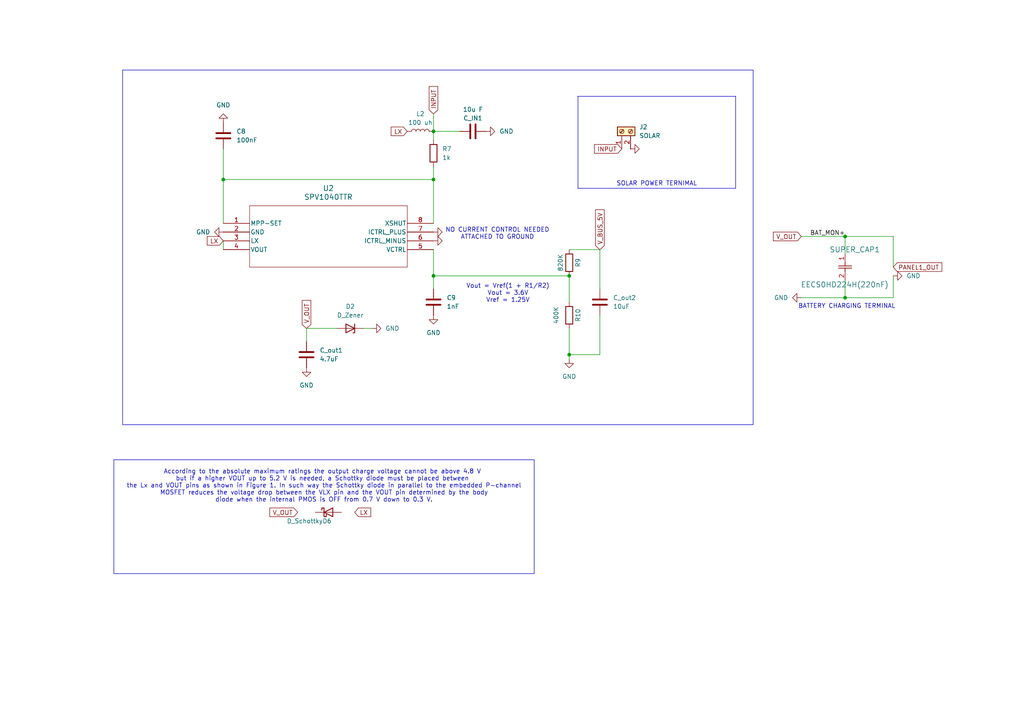
<source format=kicad_sch>
(kicad_sch (version 20231120) (generator "eeschema") (generator_version "8.0")
  (paper "A4")
  (title_block (title "SOLAR CHARGER") (company "TEAM ANANT") (comment 1 "BITS PILANI"))
  (lib_symbols
    (symbol "2024-06-07_14-27-39:SPV1040TTR" (pin_names (offset 0.254))
      (property "Reference" "U" (at 30.48 10.16 0))
      (property "Value" "SPV1040TTR" (at 30.48 7.62 0))
      (symbol "SPV1040TTR_0_1"
        (polyline (pts (xy 7.62 -12.7) (xy 53.34 -12.7)) (stroke (width 0.127)))
        (polyline (pts (xy 7.62 5.08) (xy 7.62 -12.7)) (stroke (width 0.127)))
        (polyline (pts (xy 53.34 -12.7) (xy 53.34 5.08)) (stroke (width 0.127)))
        (polyline (pts (xy 53.34 5.08) (xy 7.62 5.08)) (stroke (width 0.127)))
        (pin unspecified line (at 0 0 0) (length 7.62) (name "MPP-SET") (number "1"))
        (pin power_out line (at 0 -2.54 0) (length 7.62) (name "GND") (number "2"))
        (pin unspecified line (at 0 -5.08 0) (length 7.62) (name "LX") (number "3"))
        (pin output line (at 0 -7.62 0) (length 7.62) (name "VOUT") (number "4"))
        (pin unspecified line (at 60.96 -7.62 180) (length 7.62) (name "VCTRL") (number "5"))
        (pin unspecified line (at 60.96 -5.08 180) (length 7.62) (name "ICTRL_MINUS") (number "6"))
        (pin unspecified line (at 60.96 -2.54 180) (length 7.62) (name "ICTRL_PLUS") (number "7"))
        (pin unspecified line (at 60.96 0 180) (length 7.62) (name "XSHUT") (number "8"))
      )
    )
    (symbol "2024-06-08_06-57-05:super_capacitor" (pin_names (offset 0.254))
      (property "Reference" "SUPER_CAPACITOR" (at -1.27 10.16 90))
      (property "Value" "EECS0HD224H" (at 7.62 7.62 90))
      (symbol "super_capacitor_1_1"
        (polyline (pts (xy 2.54 0) (xy 3.4798 0)) (stroke (width 0.2032)))
        (polyline (pts (xy 3.4798 -1.905) (xy 3.4798 1.905)) (stroke (width 0.2032)))
        (polyline (pts (xy 4.1148 -1.905) (xy 4.1148 1.905)) (stroke (width 0.2032)))
        (polyline (pts (xy 4.1148 0) (xy 5.08 0)) (stroke (width 0.2032)))
        (pin passive line (at 0 0 0) (length 2.54) (name "") (number "1"))
        (pin passive line (at 7.62 0 180) (length 2.54) (name "") (number "2"))
      )
      (symbol "super_capacitor_1_2"
        (polyline (pts (xy -1.905 -4.1148) (xy 1.905 -4.1148)) (stroke (width 0.2032)))
        (polyline (pts (xy -1.905 -3.4798) (xy 1.905 -3.4798)) (stroke (width 0.2032)))
        (polyline (pts (xy 0 -4.1148) (xy 0 -5.08)) (stroke (width 0.2032)))
        (polyline (pts (xy 0 -2.54) (xy 0 -3.4798)) (stroke (width 0.2032)))
        (pin unspecified line (at 0 0 270) (length 2.54) (name "") (number "1"))
        (pin unspecified line (at 0 -7.62 90) (length 2.54) (name "") (number "2"))
      )
    )
    (symbol "Connector:Screw_Terminal_01x02" (pin_names (offset 1.016) hide)
      (property "Reference" "J" (at 0 2.54 0))
      (property "Value" "Screw_Terminal_01x02" (at 0 -5.08 0))
      (symbol "Screw_Terminal_01x02_1_1"
        (rectangle (start -1.27 1.27) (end 1.27 -3.81) (stroke (width 0.254)) (fill (type background)))
        (circle (center 0 -2.54) (radius 0.635) (stroke (width 0.1524)))
        (polyline (pts (xy -0.5334 -2.2098) (xy 0.3302 -3.048)) (stroke (width 0.1524)))
        (polyline (pts (xy -0.5334 0.3302) (xy 0.3302 -0.508)) (stroke (width 0.1524)))
        (polyline (pts (xy -0.3556 -2.032) (xy 0.508 -2.8702)) (stroke (width 0.1524)))
        (polyline (pts (xy -0.3556 0.508) (xy 0.508 -0.3302)) (stroke (width 0.1524)))
        (circle (center 0 0) (radius 0.635) (stroke (width 0.1524)))
        (pin passive line (at -5.08 0 0) (length 3.81) (name "Pin_1") (number "1"))
        (pin passive line (at -5.08 -2.54 0) (length 3.81) (name "Pin_2") (number "2"))
      )
    )
    (symbol "Device:C" (pin_numbers hide) (pin_names (offset 0.254))
      (property "Reference" "C" (at 0.635 2.54 0))
      (property "Value" "C" (at 0.635 -2.54 0))
      (symbol "C_0_1"
        (polyline (pts (xy -2.032 -0.762) (xy 2.032 -0.762)) (stroke (width 0.508)))
        (polyline (pts (xy -2.032 0.762) (xy 2.032 0.762)) (stroke (width 0.508)))
      )
      (symbol "C_1_1"
        (pin passive line (at 0 3.81 270) (length 2.794) (name "~") (number "1"))
        (pin passive line (at 0 -3.81 90) (length 2.794) (name "~") (number "2"))
      )
    )
    (symbol "Device:D_Schottky" (pin_numbers hide) (pin_names (offset 1.016) hide)
      (property "Reference" "D" (at 0 2.54 0))
      (property "Value" "D_Schottky" (at 0 -2.54 0))
      (symbol "D_Schottky_0_1"
        (polyline (pts (xy 1.27 0) (xy -1.27 0)))
        (polyline (pts (xy 1.27 1.27) (xy 1.27 -1.27) (xy -1.27 0) (xy 1.27 1.27)) (stroke (width 0.254)))
        (polyline (pts (xy -1.905 0.635) (xy -1.905 1.27) (xy -1.27 1.27) (xy -1.27 -1.27) (xy -0.635 -1.27) (xy -0.635 -0.635)) (stroke (width 0.254)))
      )
      (symbol "D_Schottky_1_1"
        (pin passive line (at -3.81 0 0) (length 2.54) (name "K") (number "1"))
        (pin passive line (at 3.81 0 180) (length 2.54) (name "A") (number "2"))
      )
    )
    (symbol "Device:D_Zener" (pin_numbers hide) (pin_names (offset 1.016) hide)
      (property "Reference" "D" (at 0 2.54 0))
      (property "Value" "D_Zener" (at 0 -2.54 0))
      (symbol "D_Zener_0_1"
        (polyline (pts (xy 1.27 0) (xy -1.27 0)))
        (polyline (pts (xy -1.27 -1.27) (xy -1.27 1.27) (xy -0.762 1.27)) (stroke (width 0.254)))
        (polyline (pts (xy 1.27 -1.27) (xy 1.27 1.27) (xy -1.27 0) (xy 1.27 -1.27)) (stroke (width 0.254)))
      )
      (symbol "D_Zener_1_1"
        (pin passive line (at -3.81 0 0) (length 2.54) (name "K") (number "1"))
        (pin passive line (at 3.81 0 180) (length 2.54) (name "A") (number "2"))
      )
    )
    (symbol "Device:L" (pin_numbers hide) (pin_names (offset 1.016) hide)
      (property "Reference" "L" (at -1.27 0 90))
      (property "Value" "L" (at 1.905 0 90))
      (symbol "L_0_1"
        (arc (start 0 -2.54) (mid 0.6323 -1.905) (end 0 -1.27))
        (arc (start 0 -1.27) (mid 0.6323 -0.635) (end 0 0))
        (arc (start 0 0) (mid 0.6323 0.635) (end 0 1.27))
        (arc (start 0 1.27) (mid 0.6323 1.905) (end 0 2.54))
      )
      (symbol "L_1_1"
        (pin passive line (at 0 3.81 270) (length 1.27) (name "1") (number "1"))
        (pin passive line (at 0 -3.81 90) (length 1.27) (name "2") (number "2"))
      )
    )
    (symbol "Device:R" (pin_numbers hide) (pin_names (offset 0))
      (property "Reference" "R" (at 2.032 0 90))
      (property "Value" "R" (at 0 0 90))
      (symbol "R_0_1"
        (rectangle (start -1.016 -2.54) (end 1.016 2.54) (stroke (width 0.254)))
      )
      (symbol "R_1_1"
        (pin passive line (at 0 3.81 270) (length 1.27) (name "~") (number "1"))
        (pin passive line (at 0 -3.81 90) (length 1.27) (name "~") (number "2"))
      )
    )
    (symbol "power:GND" (power) (pin_numbers hide) (pin_names (offset 0) hide)
      (property "Value" "GND" (at 0 -3.81 0))
      (symbol "GND_0_1"
        (polyline (pts (xy 0 0) (xy 0 -1.27) (xy 1.27 -1.27) (xy 0 -2.54) (xy -1.27 -1.27) (xy 0 -1.27)))
      )
      (symbol "GND_1_1"
        (pin power_in line (at 0 0 270) (length 0) (name "~") (number "1"))
      )
    )
  )
  (junction (at 125.73 80.01))
  (junction (at 165.1 80.01))
  (junction (at 245.11 86.36))
  (junction (at 245.11 68.58))
  (junction (at 64.77 52.07))
  (junction (at 125.73 38.1))
  (junction (at 165.1 102.87))
  (junction (at 125.73 52.07))
  (wire (pts (xy 245.11 86.36) (xy 259.08 86.36)))
  (wire (pts (xy 125.73 52.07) (xy 64.77 52.07)))
  (wire (pts (xy 232.41 68.58) (xy 245.11 68.58)))
  (wire (pts (xy 105.41 95.25) (xy 107.95 95.25)))
  (wire (pts (xy 259.08 80.01) (xy 259.08 86.36)))
  (wire (pts (xy 165.1 102.87) (xy 173.99 102.87)))
  (wire (pts (xy 245.11 81.28) (xy 245.11 86.36)))
  (wire (pts (xy 165.1 72.39) (xy 173.99 72.39)))
  (polyline (pts (xy 213.36 54.61) (xy 213.36 27.94)))
  (wire (pts (xy 125.73 80.01) (xy 125.73 83.82)))
  (wire (pts (xy 125.73 38.1) (xy 133.35 38.1)))
  (wire (pts (xy 245.11 73.66) (xy 245.11 68.58)))
  (wire (pts (xy 259.08 68.58) (xy 259.08 77.47)))
  (polyline (pts (xy 167.64 27.94) (xy 167.64 54.61)))
  (wire (pts (xy 165.1 95.25) (xy 165.1 102.87)))
  (wire (pts (xy 173.99 91.44) (xy 173.99 102.87)))
  (wire (pts (xy 232.41 86.36) (xy 245.11 86.36)))
  (wire (pts (xy 125.73 33.02) (xy 125.73 38.1)))
  (wire (pts (xy 125.73 38.1) (xy 125.73 40.64)))
  (wire (pts (xy 88.9 95.25) (xy 88.9 99.06)))
  (wire (pts (xy 165.1 80.01) (xy 165.1 87.63)))
  (wire (pts (xy 125.73 72.39) (xy 125.73 80.01)))
  (wire (pts (xy 173.99 72.39) (xy 173.99 83.82)))
  (polyline (pts (xy 167.64 54.61) (xy 213.36 54.61)))
  (polyline (pts (xy 167.64 27.94) (xy 213.36 27.94)))
  (wire (pts (xy 125.73 52.07) (xy 125.73 64.77)))
  (wire (pts (xy 64.77 43.18) (xy 64.77 52.07)))
  (wire (pts (xy 64.77 69.85) (xy 64.77 72.39)))
  (wire (pts (xy 245.11 68.58) (xy 259.08 68.58)))
  (wire (pts (xy 64.77 52.07) (xy 64.77 64.77)))
  (wire (pts (xy 88.9 95.25) (xy 97.79 95.25)))
  (wire (pts (xy 165.1 102.87) (xy 165.1 104.14)))
  (wire (pts (xy 125.73 80.01) (xy 165.1 80.01)))
  (wire (pts (xy 125.73 48.26) (xy 125.73 52.07)))
  (rectangle (start 35.56 20.32) (end 218.44 123.19))
  (rectangle (start 33.02 133.35) (end 154.94 166.37))
  (text "Vout = Vref(1 + R1/R2)\nVout = 3.6V\nVref = 1.25V" (at 147.32 85.09 0) (effects (font (size 1.27 1.27))))
  (text "BATTERY CHARGING TERMINAL\n" (at 245.618 88.9 0) (effects (font (size 1.27 1.27))))
  (text "NO CURRENT CONTROL NEEDED\nATTACHED TO GROUND\n" (at 144.272 67.818 0) (effects (font (size 1.27 1.27))))
  (text "SOLAR POWER TERNIMAL\n" (at 190.5 53.34 0) (effects (font (size 1.27 1.27))))
  (text "According to the absolute maximum ratings the output charge voltage cannot be above 4.8 V \nbut if a higher VOUT up to 5.2 V is needed, a Schottky diode must be placed between \nthe Lx and VOUT pins as shown in Figure 1. In such way the Schottky diode in parallel to the embedded P-channel\n MOSFET reduces the voltage drop between the VLX pin and the VOUT pin determined by the body \ndiode when the internal PMOS is OFF from 0.7 V down to 0.3 V." (at 93.98 140.97 0) (effects (font (size 1.27 1.27))))
  (label "BAT_MON+" (at 234.95 68.58 0))
  (global_label "LX" (shape input) (at 102.87 148.59 0) (property "Intersheetrefs" "${INTERSHEET_REFS}" (effects (hide yes))))
  (global_label "V_BUS_5V" (shape input) (at 173.99 72.39 90) (property "Intersheetrefs" "${INTERSHEET_REFS}" (effects (hide yes))))
  (global_label "V_OUT" (shape input) (at 88.9 95.25 90) (property "Intersheetrefs" "${INTERSHEET_REFS}" (effects (hide yes))))
  (global_label "PANEL1_OUT" (shape input) (at 259.08 77.47 0) (property "Intersheetrefs" "${INTERSHEET_REFS}" (effects (hide yes))))
  (global_label "INPUT" (shape input) (at 180.34 43.18 180) (property "Intersheetrefs" "${INTERSHEET_REFS}" (effects (hide yes))))
  (global_label "LX" (shape input) (at 64.77 69.85 180) (property "Intersheetrefs" "${INTERSHEET_REFS}" (effects (hide yes))))
  (global_label "V_OUT" (shape input) (at 86.36 148.59 180) (property "Intersheetrefs" "${INTERSHEET_REFS}" (effects (hide yes))))
  (global_label "V_OUT" (shape input) (at 232.41 68.58 180) (property "Intersheetrefs" "${INTERSHEET_REFS}" (effects (hide yes))))
  (global_label "INPUT" (shape input) (at 125.73 33.02 90) (property "Intersheetrefs" "${INTERSHEET_REFS}" (effects (hide yes))))
  (global_label "LX" (shape input) (at 118.11 38.1 180) (property "Intersheetrefs" "${INTERSHEET_REFS}" (effects (hide yes))))
  (symbol (lib_id "2024-06-08_06-57-05:super_capacitor") (at 245.11 73.66 270) (unit 1)
    (property "Reference" "SUPER_CAP1" (at 255.27 72.39 90) (effects (font (size 1.524 1.524)) (justify right)))
    (property "Value" "EECS0HD224H(220nF)" (at 257.81 82.55 90) (effects (font (size 1.524 1.524)) (justify right)))
    (property "Footprint" "SPV1040T:CAP_EECS0_H_PAN" (effects (hide yes)))
    (property "Datasheet" "EECS0HD224H" (effects (hide yes)))
  )
  (symbol (lib_id "Device:C") (at 88.9 102.87 180) (unit 1)
    (property "Reference" "C_out1" (at 92.71 101.5999 0) (effects (justify right)))
    (property "Value" "4.7uF" (at 92.71 104.1399 0) (effects (justify right)))
    (property "Footprint" "Capacitor_SMD:C_0603_1608Metric" (effects (hide yes)))
    (property "Description" "Unpolarized capacitor" (effects (hide yes)))
  )
  (symbol (lib_id "power:GND") (at 232.41 86.36 270) (unit 1)
    (property "Reference" "#PWR016" (effects (hide yes)))
    (property "Value" "GND" (at 228.6 86.3599 90) (effects (justify right)))
    (property "Description" "Power symbol creates a global label with name \"GND\" , ground" (effects (hide yes)))
  )
  (symbol (lib_id "power:GND") (at 88.9 106.68 0) (unit 1)
    (property "Reference" "#PWR07" (effects (hide yes)))
    (property "Value" "GND" (at 88.9 111.76 0))
    (property "Description" "Power symbol creates a global label with name \"GND\" , ground" (effects (hide yes)))
  )
  (symbol (lib_id "Device:C") (at 64.77 39.37 0) (unit 1)
    (property "Reference" "C8" (at 68.58 38.0999 0) (effects (justify left)))
    (property "Value" "100nF" (at 68.58 40.6399 0) (effects (justify left)))
    (property "Footprint" "Capacitor_SMD:C_0603_1608Metric" (effects (hide yes)))
    (property "Description" "Unpolarized capacitor" (effects (hide yes)))
  )
  (symbol (lib_id "Device:R") (at 165.1 76.2 180) (unit 1)
    (property "Reference" "R9" (at 167.64 76.2 90))
    (property "Value" "820K" (at 162.56 76.2 90))
    (property "Footprint" "Resistor_SMD:R_0603_1608Metric" (effects (hide yes)))
    (property "Description" "Resistor" (effects (hide yes)))
  )
  (symbol (lib_id "power:GND") (at 125.73 67.31 90) (unit 1)
    (property "Reference" "#PWR010" (effects (hide yes)))
    (property "Value" "GND" (effects (hide yes)))
    (property "Description" "Power symbol creates a global label with name \"GND\" , ground" (effects (hide yes)))
  )
  (symbol (lib_id "Device:D_Zener") (at 101.6 95.25 180) (unit 1)
    (property "Reference" "D2" (at 101.6 88.9 0))
    (property "Value" "D_Zener" (at 101.6 91.44 0))
    (property "Footprint" "Diode_SMD:D_1210_3225Metric" (effects (hide yes)))
    (property "Description" "Zener diode" (effects (hide yes)))
  )
  (symbol (lib_id "Device:C") (at 125.73 87.63 0) (unit 1)
    (property "Reference" "C9" (at 129.54 86.3599 0) (effects (justify left)))
    (property "Value" "1nF" (at 129.54 88.8999 0) (effects (justify left)))
    (property "Footprint" "Capacitor_SMD:C_0603_1608Metric" (effects (hide yes)))
    (property "Description" "Unpolarized capacitor" (effects (hide yes)))
  )
  (symbol (lib_id "Device:R") (at 165.1 91.44 180) (unit 1)
    (property "Reference" "R10" (at 167.64 91.44 90))
    (property "Value" "400K" (at 161.29 91.44 90))
    (property "Footprint" "Resistor_SMD:R_0603_1608Metric" (effects (hide yes)))
    (property "Description" "Resistor" (effects (hide yes)))
  )
  (symbol (lib_id "Device:C") (at 173.99 87.63 0) (unit 1)
    (property "Reference" "C_out2" (at 177.8 86.3599 0) (effects (justify left)))
    (property "Value" "10uF" (at 177.8 88.8999 0) (effects (justify left)))
    (property "Footprint" "Capacitor_SMD:C_0603_1608Metric" (effects (hide yes)))
    (property "Description" "Unpolarized capacitor" (effects (hide yes)))
  )
  (symbol (lib_id "power:GND") (at 259.08 80.01 90) (unit 1)
    (property "Reference" "#PWR017" (effects (hide yes)))
    (property "Value" "GND" (at 262.89 80.0099 90) (effects (justify right)))
    (property "Description" "Power symbol creates a global label with name \"GND\" , ground" (effects (hide yes)))
  )
  (symbol (lib_id "power:GND") (at 125.73 91.44 0) (unit 1)
    (property "Reference" "#PWR012" (effects (hide yes)))
    (property "Value" "GND" (at 125.73 96.52 0))
    (property "Description" "Power symbol creates a global label with name \"GND\" , ground" (effects (hide yes)))
  )
  (symbol (lib_id "Device:C") (at 137.16 38.1 90) (unit 1)
    (property "Reference" "C_IN1" (at 137.16 34.29 90))
    (property "Value" "10u F" (at 137.16 31.75 90))
    (property "Footprint" "Capacitor_SMD:C_0603_1608Metric" (effects (hide yes)))
    (property "Description" "Unpolarized capacitor" (effects (hide yes)))
  )
  (symbol (lib_id "Device:D_Schottky") (at 95.25 148.59 0) (unit 1)
    (property "Reference" "D6" (at 96.2026 151.13 0) (effects (justify right)))
    (property "Value" "D_Schottky" (at 93.6626 151.13 0) (effects (justify right)))
    (property "Description" "Schottky diode" (effects (hide yes)))
  )
  (symbol (lib_id "power:GND") (at 182.88 43.18 90) (unit 1)
    (property "Reference" "#PWR018" (effects (hide yes)))
    (property "Value" "GND" (effects (hide yes)))
    (property "Description" "Power symbol creates a global label with name \"GND\" , ground" (effects (hide yes)))
  )
  (symbol (lib_id "power:GND") (at 64.77 35.56 180) (unit 1)
    (property "Reference" "#PWR08" (effects (hide yes)))
    (property "Value" "GND" (at 64.77 30.48 0))
    (property "Description" "Power symbol creates a global label with name \"GND\" , ground" (effects (hide yes)))
  )
  (symbol (lib_id "2024-06-07_14-27-39:SPV1040TTR") (at 64.77 64.77 0) (unit 1)
    (property "Reference" "U2" (at 95.25 54.61 0) (effects (font (size 1.524 1.524))))
    (property "Value" "SPV1040TTR" (at 95.25 57.15 0) (effects (font (size 1.524 1.524))))
    (property "Footprint" "SPV1040:SOP65P640X120-8N" (effects (hide yes)))
    (property "Datasheet" "SPV1040TTR" (effects (hide yes)))
  )
  (symbol (lib_id "power:GND") (at 165.1 104.14 0) (unit 1)
    (property "Reference" "#PWR015" (effects (hide yes)))
    (property "Value" "GND" (at 165.1 109.22 0))
    (property "Description" "Power symbol creates a global label with name \"GND\" , ground" (effects (hide yes)))
  )
  (symbol (lib_id "Device:L") (at 121.92 38.1 90) (unit 1)
    (property "Reference" "L2" (at 121.92 33.02 90))
    (property "Value" "100 uh" (at 121.92 35.56 90))
    (property "Footprint" "Inductor_SMD:L_Coilcraft_XAL6060-XXX" (effects (hide yes)))
    (property "Description" "Inductor" (effects (hide yes)))
  )
  (symbol (lib_id "Device:R") (at 125.73 44.45 0) (unit 1)
    (property "Reference" "R7" (at 128.27 43.1799 0) (effects (justify left)))
    (property "Value" "1k" (at 128.27 45.7199 0) (effects (justify left)))
    (property "Footprint" "Resistor_SMD:R_0603_1608Metric" (effects (hide yes)))
    (property "Description" "Resistor" (effects (hide yes)))
  )
  (symbol (lib_id "Connector:Screw_Terminal_01x02") (at 180.34 38.1 90) (unit 1)
    (property "Reference" "J2" (at 185.42 36.8299 90) (effects (justify right)))
    (property "Value" "SOLAR" (at 185.42 39.3699 90) (effects (justify right)))
    (property "Footprint" "TerminalBlock_Phoenix:TerminalBlock_Phoenix_PT-1,5-2-5.0-H_1x02_P5.00mm_Horizontal" (effects (hide yes)))
    (property "Description" "Generic screw terminal, single row, 01x02, script generated (kicad-library-utils/schlib/autogen/connector/)" (effects (hide yes)))
  )
  (symbol (lib_id "power:GND") (at 107.95 95.25 90) (unit 1)
    (property "Reference" "#PWR011" (effects (hide yes)))
    (property "Value" "GND" (at 111.76 95.2499 90) (effects (justify right)))
    (property "Description" "Power symbol creates a global label with name \"GND\" , ground" (effects (hide yes)))
  )
  (symbol (lib_id "power:GND") (at 140.97 38.1 90) (unit 1)
    (property "Reference" "#PWR013" (effects (hide yes)))
    (property "Value" "GND" (at 144.8433 38.0999 90) (effects (justify right)))
    (property "Description" "Power symbol creates a global label with name \"GND\" , ground" (effects (hide yes)))
  )
  (symbol (lib_id "power:GND") (at 125.73 69.85 90) (unit 1)
    (property "Reference" "#PWR014" (effects (hide yes)))
    (property "Value" "GND" (effects (hide yes)))
    (property "Description" "Power symbol creates a global label with name \"GND\" , ground" (effects (hide yes)))
  )
  (symbol (lib_id "power:GND") (at 64.77 67.31 270) (unit 1)
    (property "Reference" "#PWR09" (effects (hide yes)))
    (property "Value" "GND" (at 60.96 67.3099 90) (effects (justify right)))
    (property "Description" "Power symbol creates a global label with name \"GND\" , ground" (effects (hide yes)))
  )
)
</source>
